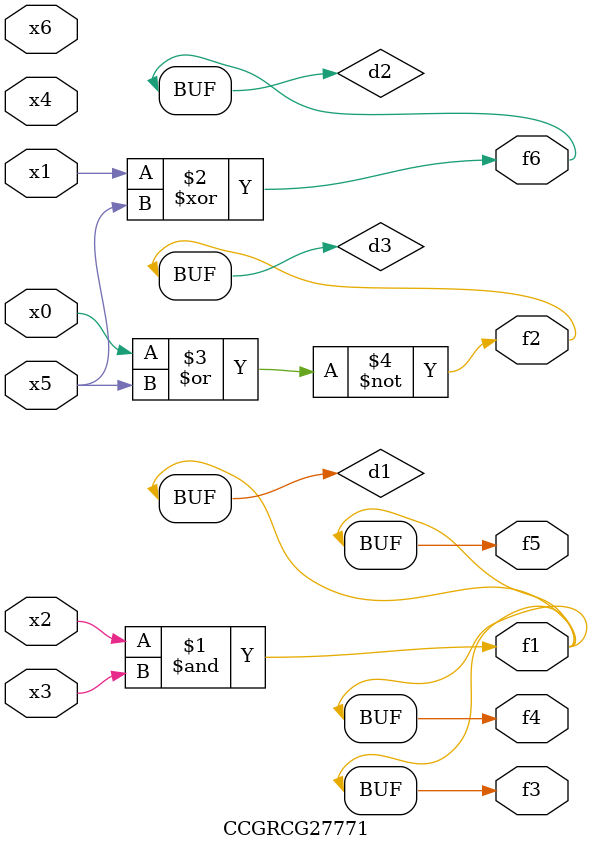
<source format=v>
module CCGRCG27771(
	input x0, x1, x2, x3, x4, x5, x6,
	output f1, f2, f3, f4, f5, f6
);

	wire d1, d2, d3;

	and (d1, x2, x3);
	xor (d2, x1, x5);
	nor (d3, x0, x5);
	assign f1 = d1;
	assign f2 = d3;
	assign f3 = d1;
	assign f4 = d1;
	assign f5 = d1;
	assign f6 = d2;
endmodule

</source>
